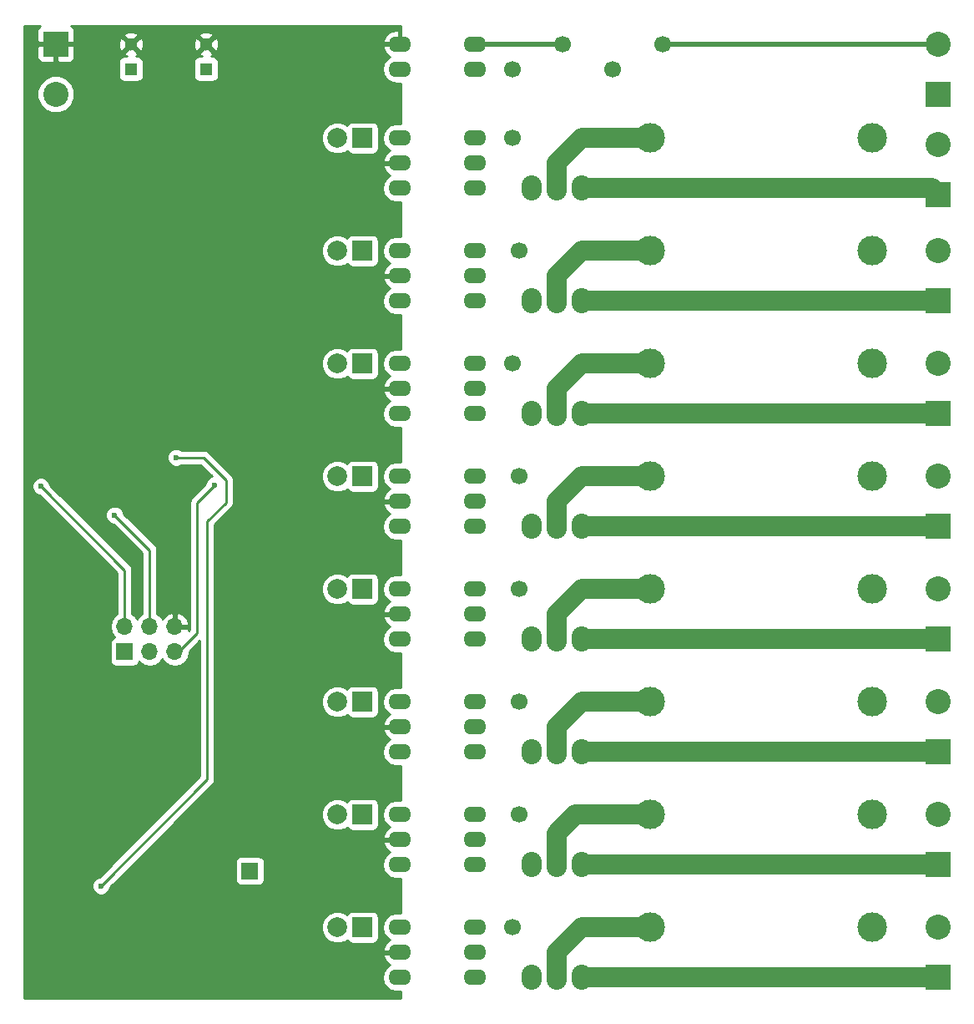
<source format=gbl>
G04 #@! TF.FileFunction,Copper,L2,Bot,Signal*
%FSLAX46Y46*%
G04 Gerber Fmt 4.6, Leading zero omitted, Abs format (unit mm)*
G04 Created by KiCad (PCBNEW 4.0.5-e0-6337~49~ubuntu16.04.1) date Tue Jan 17 09:06:28 2017*
%MOMM*%
%LPD*%
G01*
G04 APERTURE LIST*
%ADD10C,0.100000*%
%ADD11R,2.540000X2.540000*%
%ADD12C,2.540000*%
%ADD13O,2.300000X1.600000*%
%ADD14O,2.032000X2.540000*%
%ADD15C,1.300000*%
%ADD16R,1.300000X1.300000*%
%ADD17C,3.000000*%
%ADD18R,2.000000X2.000000*%
%ADD19C,2.000000*%
%ADD20R,1.700000X1.700000*%
%ADD21C,1.699260*%
%ADD22O,1.700000X1.700000*%
%ADD23C,0.600000*%
%ADD24C,2.000000*%
%ADD25C,0.250000*%
%ADD26C,0.500000*%
%ADD27C,0.254000*%
G04 APERTURE END LIST*
D10*
D11*
X138430000Y-47625000D03*
D12*
X138430000Y-42545000D03*
D11*
X138430000Y-57785000D03*
D12*
X138430000Y-52705000D03*
D11*
X138430000Y-68580000D03*
D12*
X138430000Y-63500000D03*
D11*
X138430000Y-80010000D03*
D12*
X138430000Y-74930000D03*
D11*
X138430000Y-91440000D03*
D12*
X138430000Y-86360000D03*
D11*
X138430000Y-102870000D03*
D12*
X138430000Y-97790000D03*
D11*
X138430000Y-114300000D03*
D12*
X138430000Y-109220000D03*
D11*
X138430000Y-125730000D03*
D12*
X138430000Y-120650000D03*
D11*
X138430000Y-137160000D03*
D12*
X138430000Y-132080000D03*
D13*
X91440000Y-45085000D03*
X91440000Y-42545000D03*
X83820000Y-42545000D03*
X83820000Y-45085000D03*
X83820000Y-52070000D03*
X83820000Y-54610000D03*
X83820000Y-57150000D03*
X91440000Y-57150000D03*
X91440000Y-54610000D03*
X91440000Y-52070000D03*
X83820000Y-63500000D03*
X83820000Y-66040000D03*
X83820000Y-68580000D03*
X91440000Y-68580000D03*
X91440000Y-66040000D03*
X91440000Y-63500000D03*
X83820000Y-74930000D03*
X83820000Y-77470000D03*
X83820000Y-80010000D03*
X91440000Y-80010000D03*
X91440000Y-77470000D03*
X91440000Y-74930000D03*
X83820000Y-86360000D03*
X83820000Y-88900000D03*
X83820000Y-91440000D03*
X91440000Y-91440000D03*
X91440000Y-88900000D03*
X91440000Y-86360000D03*
X83820000Y-97790000D03*
X83820000Y-100330000D03*
X83820000Y-102870000D03*
X91440000Y-102870000D03*
X91440000Y-100330000D03*
X91440000Y-97790000D03*
X83820000Y-109220000D03*
X83820000Y-111760000D03*
X83820000Y-114300000D03*
X91440000Y-114300000D03*
X91440000Y-111760000D03*
X91440000Y-109220000D03*
X83820000Y-120650000D03*
X83820000Y-123190000D03*
X83820000Y-125730000D03*
X91440000Y-125730000D03*
X91440000Y-123190000D03*
X91440000Y-120650000D03*
X83820000Y-132080000D03*
X83820000Y-134620000D03*
X83820000Y-137160000D03*
X91440000Y-137160000D03*
X91440000Y-134620000D03*
X91440000Y-132080000D03*
D14*
X99695000Y-57150000D03*
X97155000Y-57150000D03*
X102235000Y-57150000D03*
X99695000Y-68580000D03*
X97155000Y-68580000D03*
X102235000Y-68580000D03*
X99695000Y-80010000D03*
X97155000Y-80010000D03*
X102235000Y-80010000D03*
X99695000Y-91440000D03*
X97155000Y-91440000D03*
X102235000Y-91440000D03*
X99695000Y-102870000D03*
X97155000Y-102870000D03*
X102235000Y-102870000D03*
X99695000Y-114300000D03*
X97155000Y-114300000D03*
X102235000Y-114300000D03*
X99695000Y-125730000D03*
X97155000Y-125730000D03*
X102235000Y-125730000D03*
X99695000Y-137160000D03*
X97155000Y-137160000D03*
X102235000Y-137160000D03*
D15*
X56515000Y-42585000D03*
D16*
X56515000Y-45085000D03*
D15*
X64135000Y-42585000D03*
D16*
X64135000Y-45085000D03*
D11*
X48895000Y-42545000D03*
D12*
X48895000Y-47625000D03*
D17*
X109220000Y-52070000D03*
X131720000Y-52070000D03*
X109220000Y-63500000D03*
X131720000Y-63500000D03*
X109220000Y-74930000D03*
X131720000Y-74930000D03*
X109220000Y-86360000D03*
X131720000Y-86360000D03*
X109220000Y-97790000D03*
X131720000Y-97790000D03*
X109220000Y-109220000D03*
X131720000Y-109220000D03*
X109220000Y-120650000D03*
X131720000Y-120650000D03*
X109220000Y-132080000D03*
X131720000Y-132080000D03*
D18*
X80010000Y-52070000D03*
D19*
X77470000Y-52070000D03*
D18*
X80010000Y-63500000D03*
D19*
X77470000Y-63500000D03*
D18*
X80010000Y-74930000D03*
D19*
X77470000Y-74930000D03*
D18*
X80010000Y-86360000D03*
D19*
X77470000Y-86360000D03*
D18*
X80010000Y-97790000D03*
D19*
X77470000Y-97790000D03*
D18*
X80010000Y-109220000D03*
D19*
X77470000Y-109220000D03*
D18*
X80010000Y-120650000D03*
D19*
X77470000Y-120650000D03*
D18*
X80010000Y-132080000D03*
D19*
X77470000Y-132080000D03*
D20*
X68580000Y-126365000D03*
D21*
X95249480Y-45087540D03*
X105409480Y-45087540D03*
X105410520Y-52067460D03*
X95250520Y-52067460D03*
X106045520Y-63497460D03*
X95885520Y-63497460D03*
X105410520Y-74927460D03*
X95250520Y-74927460D03*
X106045520Y-86357460D03*
X95885520Y-86357460D03*
X106045520Y-97787460D03*
X95885520Y-97787460D03*
X106045520Y-109217460D03*
X95885520Y-109217460D03*
X106045520Y-120647460D03*
X95885520Y-120647460D03*
X105410520Y-132077460D03*
X95250520Y-132077460D03*
X100329480Y-42547540D03*
X110489480Y-42547540D03*
D20*
X55880000Y-104140000D03*
D22*
X55880000Y-101600000D03*
X58420000Y-104140000D03*
X58420000Y-101600000D03*
X60960000Y-104140000D03*
X60960000Y-101600000D03*
D23*
X47371000Y-87376000D03*
X54864000Y-90297000D03*
X61087000Y-84455000D03*
X53467000Y-127889000D03*
X65024000Y-87249000D03*
D24*
X105411000Y-52067500D02*
X105410500Y-52067500D01*
X105413000Y-52070000D02*
X105411000Y-52067500D01*
X109220000Y-52070000D02*
X105413000Y-52070000D01*
X99695000Y-54610000D02*
X99695000Y-57150000D01*
X102238000Y-52067500D02*
X99695000Y-54610000D01*
X105410500Y-52067500D02*
X102238000Y-52067500D01*
X106046000Y-63497500D02*
X106045500Y-63497500D01*
X106048000Y-63500000D02*
X106046000Y-63497500D01*
X109220000Y-63500000D02*
X106048000Y-63500000D01*
X99695000Y-66040000D02*
X99695000Y-68580000D01*
X102238000Y-63497500D02*
X99695000Y-66040000D01*
X106045500Y-63497500D02*
X102238000Y-63497500D01*
X105411000Y-74927500D02*
X105410500Y-74927500D01*
X105413000Y-74930000D02*
X105411000Y-74927500D01*
X109220000Y-74930000D02*
X105413000Y-74930000D01*
X99695000Y-77470000D02*
X99695000Y-80010000D01*
X102238000Y-74927500D02*
X99695000Y-77470000D01*
X105410500Y-74927500D02*
X102238000Y-74927500D01*
X106046000Y-86357500D02*
X106045500Y-86357500D01*
X106048000Y-86360000D02*
X106046000Y-86357500D01*
X109220000Y-86360000D02*
X106048000Y-86360000D01*
X99695000Y-88900000D02*
X99695000Y-91440000D01*
X102238000Y-86357500D02*
X99695000Y-88900000D01*
X106045500Y-86357500D02*
X102238000Y-86357500D01*
X106046000Y-97787500D02*
X106045500Y-97787500D01*
X106048000Y-97790000D02*
X106046000Y-97787500D01*
X109220000Y-97790000D02*
X106048000Y-97790000D01*
X99695000Y-100330000D02*
X99695000Y-102870000D01*
X102238000Y-97787500D02*
X99695000Y-100330000D01*
X106045500Y-97787500D02*
X102238000Y-97787500D01*
X106046000Y-109217000D02*
X106045000Y-109217000D01*
X106048000Y-109220000D02*
X106046000Y-109217000D01*
X109220000Y-109220000D02*
X106048000Y-109220000D01*
X99695000Y-111760000D02*
X99695000Y-114300000D01*
X102238000Y-109217000D02*
X99695000Y-111760000D01*
X106045000Y-109217000D02*
X102238000Y-109217000D01*
D25*
X106045000Y-109217000D02*
X106045500Y-109217500D01*
X106045500Y-109217500D02*
X106046000Y-109218000D01*
D24*
X106046000Y-120647000D02*
X106045000Y-120647000D01*
X106048000Y-120650000D02*
X106046000Y-120647000D01*
X109220000Y-120650000D02*
X106048000Y-120650000D01*
X99695000Y-122555000D02*
X99695000Y-125730000D01*
X101603000Y-120647000D02*
X99695000Y-122555000D01*
X106045000Y-120647000D02*
X101603000Y-120647000D01*
D25*
X106045000Y-120647000D02*
X106045500Y-120647500D01*
X106045500Y-120647500D02*
X106046000Y-120648000D01*
D24*
X99695000Y-134620000D02*
X99695000Y-137160000D01*
X102238000Y-132077000D02*
X99695000Y-134620000D01*
X105410000Y-132077000D02*
X102238000Y-132077000D01*
D25*
X105410000Y-132077000D02*
X105410000Y-132078000D01*
X105410500Y-132077000D02*
X105410500Y-132077500D01*
D24*
X105411000Y-132077000D02*
X105410500Y-132077000D01*
X105413000Y-132080000D02*
X105411000Y-132077000D01*
X109220000Y-132080000D02*
X105413000Y-132080000D01*
X105410500Y-132077000D02*
X105410000Y-132077000D01*
D26*
X110492000Y-42545000D02*
X110489000Y-42547300D01*
X138430000Y-42545000D02*
X110492000Y-42545000D01*
X110489000Y-42547300D02*
X110489000Y-42547500D01*
D25*
X110489500Y-42547400D02*
X110489500Y-42547500D01*
X110490000Y-42547500D02*
X110489500Y-42547400D01*
X110489500Y-42547400D02*
X110489000Y-42547300D01*
D24*
X137795000Y-57150000D02*
X138430000Y-57785000D01*
X102235000Y-57150000D02*
X137795000Y-57150000D01*
X102235000Y-68580000D02*
X138430000Y-68580000D01*
X138430000Y-80010000D02*
X102235000Y-80010000D01*
X138430000Y-91440000D02*
X102235000Y-91440000D01*
X102235000Y-102870000D02*
X138430000Y-102870000D01*
X102235000Y-114300000D02*
X138430000Y-114300000D01*
X102235000Y-125730000D02*
X138430000Y-125730000D01*
X102235000Y-137160000D02*
X138430000Y-137160000D01*
D25*
X58420000Y-104140000D02*
X58420000Y-104648000D01*
X55880000Y-101600000D02*
X55880000Y-95885000D01*
X55880000Y-95885000D02*
X47371000Y-87376000D01*
X58420000Y-101600000D02*
X58420000Y-93853000D01*
X58420000Y-93853000D02*
X54864000Y-90297000D01*
X66167000Y-86741000D02*
X63881000Y-84455000D01*
X61087000Y-84455000D02*
X62484000Y-84455000D01*
X62484000Y-84455000D02*
X63754000Y-84455000D01*
X63754000Y-84455000D02*
X63881000Y-84455000D01*
X64262000Y-117094000D02*
X53467000Y-127889000D01*
X64262000Y-90932000D02*
X64262000Y-117094000D01*
X66167000Y-89027000D02*
X64262000Y-90932000D01*
X66167000Y-86741000D02*
X66167000Y-89027000D01*
D26*
X91442500Y-42547500D02*
X91440000Y-42545000D01*
X100329000Y-42547500D02*
X91442500Y-42547500D01*
D25*
X100329000Y-42547500D02*
X100329500Y-42547500D01*
X100329500Y-42547500D02*
X100330000Y-42547500D01*
X60960000Y-104140000D02*
X61341000Y-104140000D01*
X61341000Y-104140000D02*
X63246000Y-102235000D01*
X63246000Y-102235000D02*
X63246000Y-89027000D01*
X63246000Y-89027000D02*
X65024000Y-87249000D01*
D27*
G36*
X47265301Y-40736673D02*
X47086673Y-40915302D01*
X46990000Y-41148691D01*
X46990000Y-42259250D01*
X47148750Y-42418000D01*
X48768000Y-42418000D01*
X48768000Y-42398000D01*
X49022000Y-42398000D01*
X49022000Y-42418000D01*
X50641250Y-42418000D01*
X50655172Y-42404078D01*
X55217378Y-42404078D01*
X55246917Y-42914428D01*
X55385389Y-43248729D01*
X55615984Y-43304410D01*
X56335395Y-42585000D01*
X56694605Y-42585000D01*
X57414016Y-43304410D01*
X57644611Y-43248729D01*
X57812622Y-42765922D01*
X57791679Y-42404078D01*
X62837378Y-42404078D01*
X62866917Y-42914428D01*
X63005389Y-43248729D01*
X63235984Y-43304410D01*
X63955395Y-42585000D01*
X64314605Y-42585000D01*
X65034016Y-43304410D01*
X65264611Y-43248729D01*
X65432622Y-42765922D01*
X65403083Y-42255572D01*
X65378392Y-42195961D01*
X82078096Y-42195961D01*
X82200085Y-42418000D01*
X83693000Y-42418000D01*
X83693000Y-41110000D01*
X83343000Y-41110000D01*
X82803517Y-41267834D01*
X82365500Y-41620104D01*
X82095633Y-42113181D01*
X82078096Y-42195961D01*
X65378392Y-42195961D01*
X65264611Y-41921271D01*
X65034016Y-41865590D01*
X64314605Y-42585000D01*
X63955395Y-42585000D01*
X63235984Y-41865590D01*
X63005389Y-41921271D01*
X62837378Y-42404078D01*
X57791679Y-42404078D01*
X57783083Y-42255572D01*
X57644611Y-41921271D01*
X57414016Y-41865590D01*
X56694605Y-42585000D01*
X56335395Y-42585000D01*
X55615984Y-41865590D01*
X55385389Y-41921271D01*
X55217378Y-42404078D01*
X50655172Y-42404078D01*
X50800000Y-42259250D01*
X50800000Y-41685984D01*
X55795590Y-41685984D01*
X56515000Y-42405395D01*
X57234410Y-41685984D01*
X63415590Y-41685984D01*
X64135000Y-42405395D01*
X64854410Y-41685984D01*
X64798729Y-41455389D01*
X64315922Y-41287378D01*
X63805572Y-41316917D01*
X63471271Y-41455389D01*
X63415590Y-41685984D01*
X57234410Y-41685984D01*
X57178729Y-41455389D01*
X56695922Y-41287378D01*
X56185572Y-41316917D01*
X55851271Y-41455389D01*
X55795590Y-41685984D01*
X50800000Y-41685984D01*
X50800000Y-41148691D01*
X50703327Y-40915302D01*
X50524699Y-40736673D01*
X50460305Y-40710000D01*
X83873000Y-40710000D01*
X83873000Y-42692000D01*
X83693000Y-42692000D01*
X83693000Y-42672000D01*
X82200085Y-42672000D01*
X82078096Y-42894039D01*
X82095633Y-42976819D01*
X82365500Y-43469896D01*
X82798151Y-43817851D01*
X82420332Y-44070302D01*
X82109263Y-44535849D01*
X82000030Y-45085000D01*
X82109263Y-45634151D01*
X82420332Y-46099698D01*
X82885879Y-46410767D01*
X83435030Y-46520000D01*
X83873000Y-46520000D01*
X83873000Y-50635000D01*
X83435030Y-50635000D01*
X82885879Y-50744233D01*
X82420332Y-51055302D01*
X82109263Y-51520849D01*
X82000030Y-52070000D01*
X82109263Y-52619151D01*
X82420332Y-53084698D01*
X82798151Y-53337149D01*
X82365500Y-53685104D01*
X82095633Y-54178181D01*
X82078096Y-54260961D01*
X82200085Y-54483000D01*
X83693000Y-54483000D01*
X83693000Y-54463000D01*
X83873000Y-54463000D01*
X83873000Y-54757000D01*
X83693000Y-54757000D01*
X83693000Y-54737000D01*
X82200085Y-54737000D01*
X82078096Y-54959039D01*
X82095633Y-55041819D01*
X82365500Y-55534896D01*
X82798151Y-55882851D01*
X82420332Y-56135302D01*
X82109263Y-56600849D01*
X82000030Y-57150000D01*
X82109263Y-57699151D01*
X82420332Y-58164698D01*
X82885879Y-58475767D01*
X83435030Y-58585000D01*
X83873000Y-58585000D01*
X83873000Y-62065000D01*
X83435030Y-62065000D01*
X82885879Y-62174233D01*
X82420332Y-62485302D01*
X82109263Y-62950849D01*
X82000030Y-63500000D01*
X82109263Y-64049151D01*
X82420332Y-64514698D01*
X82798151Y-64767149D01*
X82365500Y-65115104D01*
X82095633Y-65608181D01*
X82078096Y-65690961D01*
X82200085Y-65913000D01*
X83693000Y-65913000D01*
X83693000Y-65893000D01*
X83873000Y-65893000D01*
X83873000Y-66187000D01*
X83693000Y-66187000D01*
X83693000Y-66167000D01*
X82200085Y-66167000D01*
X82078096Y-66389039D01*
X82095633Y-66471819D01*
X82365500Y-66964896D01*
X82798151Y-67312851D01*
X82420332Y-67565302D01*
X82109263Y-68030849D01*
X82000030Y-68580000D01*
X82109263Y-69129151D01*
X82420332Y-69594698D01*
X82885879Y-69905767D01*
X83435030Y-70015000D01*
X83873000Y-70015000D01*
X83873000Y-73495000D01*
X83435030Y-73495000D01*
X82885879Y-73604233D01*
X82420332Y-73915302D01*
X82109263Y-74380849D01*
X82000030Y-74930000D01*
X82109263Y-75479151D01*
X82420332Y-75944698D01*
X82798151Y-76197149D01*
X82365500Y-76545104D01*
X82095633Y-77038181D01*
X82078096Y-77120961D01*
X82200085Y-77343000D01*
X83693000Y-77343000D01*
X83693000Y-77323000D01*
X83873000Y-77323000D01*
X83873000Y-77617000D01*
X83693000Y-77617000D01*
X83693000Y-77597000D01*
X82200085Y-77597000D01*
X82078096Y-77819039D01*
X82095633Y-77901819D01*
X82365500Y-78394896D01*
X82798151Y-78742851D01*
X82420332Y-78995302D01*
X82109263Y-79460849D01*
X82000030Y-80010000D01*
X82109263Y-80559151D01*
X82420332Y-81024698D01*
X82885879Y-81335767D01*
X83435030Y-81445000D01*
X83873000Y-81445000D01*
X83873000Y-84925000D01*
X83435030Y-84925000D01*
X82885879Y-85034233D01*
X82420332Y-85345302D01*
X82109263Y-85810849D01*
X82000030Y-86360000D01*
X82109263Y-86909151D01*
X82420332Y-87374698D01*
X82798151Y-87627149D01*
X82365500Y-87975104D01*
X82095633Y-88468181D01*
X82078096Y-88550961D01*
X82200085Y-88773000D01*
X83693000Y-88773000D01*
X83693000Y-88753000D01*
X83873000Y-88753000D01*
X83873000Y-89047000D01*
X83693000Y-89047000D01*
X83693000Y-89027000D01*
X82200085Y-89027000D01*
X82078096Y-89249039D01*
X82095633Y-89331819D01*
X82365500Y-89824896D01*
X82798151Y-90172851D01*
X82420332Y-90425302D01*
X82109263Y-90890849D01*
X82000030Y-91440000D01*
X82109263Y-91989151D01*
X82420332Y-92454698D01*
X82885879Y-92765767D01*
X83435030Y-92875000D01*
X83873000Y-92875000D01*
X83873000Y-96355000D01*
X83435030Y-96355000D01*
X82885879Y-96464233D01*
X82420332Y-96775302D01*
X82109263Y-97240849D01*
X82000030Y-97790000D01*
X82109263Y-98339151D01*
X82420332Y-98804698D01*
X82798151Y-99057149D01*
X82365500Y-99405104D01*
X82095633Y-99898181D01*
X82078096Y-99980961D01*
X82200085Y-100203000D01*
X83693000Y-100203000D01*
X83693000Y-100183000D01*
X83873000Y-100183000D01*
X83873000Y-100477000D01*
X83693000Y-100477000D01*
X83693000Y-100457000D01*
X82200085Y-100457000D01*
X82078096Y-100679039D01*
X82095633Y-100761819D01*
X82365500Y-101254896D01*
X82798151Y-101602851D01*
X82420332Y-101855302D01*
X82109263Y-102320849D01*
X82000030Y-102870000D01*
X82109263Y-103419151D01*
X82420332Y-103884698D01*
X82885879Y-104195767D01*
X83435030Y-104305000D01*
X83873000Y-104305000D01*
X83873000Y-107785000D01*
X83435030Y-107785000D01*
X82885879Y-107894233D01*
X82420332Y-108205302D01*
X82109263Y-108670849D01*
X82000030Y-109220000D01*
X82109263Y-109769151D01*
X82420332Y-110234698D01*
X82798151Y-110487149D01*
X82365500Y-110835104D01*
X82095633Y-111328181D01*
X82078096Y-111410961D01*
X82200085Y-111633000D01*
X83693000Y-111633000D01*
X83693000Y-111613000D01*
X83873000Y-111613000D01*
X83873000Y-111907000D01*
X83693000Y-111907000D01*
X83693000Y-111887000D01*
X82200085Y-111887000D01*
X82078096Y-112109039D01*
X82095633Y-112191819D01*
X82365500Y-112684896D01*
X82798151Y-113032851D01*
X82420332Y-113285302D01*
X82109263Y-113750849D01*
X82000030Y-114300000D01*
X82109263Y-114849151D01*
X82420332Y-115314698D01*
X82885879Y-115625767D01*
X83435030Y-115735000D01*
X83873000Y-115735000D01*
X83873000Y-119215000D01*
X83435030Y-119215000D01*
X82885879Y-119324233D01*
X82420332Y-119635302D01*
X82109263Y-120100849D01*
X82000030Y-120650000D01*
X82109263Y-121199151D01*
X82420332Y-121664698D01*
X82798151Y-121917149D01*
X82365500Y-122265104D01*
X82095633Y-122758181D01*
X82078096Y-122840961D01*
X82200085Y-123063000D01*
X83693000Y-123063000D01*
X83693000Y-123043000D01*
X83873000Y-123043000D01*
X83873000Y-123337000D01*
X83693000Y-123337000D01*
X83693000Y-123317000D01*
X82200085Y-123317000D01*
X82078096Y-123539039D01*
X82095633Y-123621819D01*
X82365500Y-124114896D01*
X82798151Y-124462851D01*
X82420332Y-124715302D01*
X82109263Y-125180849D01*
X82000030Y-125730000D01*
X82109263Y-126279151D01*
X82420332Y-126744698D01*
X82885879Y-127055767D01*
X83435030Y-127165000D01*
X83873000Y-127165000D01*
X83873000Y-130645000D01*
X83435030Y-130645000D01*
X82885879Y-130754233D01*
X82420332Y-131065302D01*
X82109263Y-131530849D01*
X82000030Y-132080000D01*
X82109263Y-132629151D01*
X82420332Y-133094698D01*
X82798151Y-133347149D01*
X82365500Y-133695104D01*
X82095633Y-134188181D01*
X82078096Y-134270961D01*
X82200085Y-134493000D01*
X83693000Y-134493000D01*
X83693000Y-134473000D01*
X83873000Y-134473000D01*
X83873000Y-134767000D01*
X83693000Y-134767000D01*
X83693000Y-134747000D01*
X82200085Y-134747000D01*
X82078096Y-134969039D01*
X82095633Y-135051819D01*
X82365500Y-135544896D01*
X82798151Y-135892851D01*
X82420332Y-136145302D01*
X82109263Y-136610849D01*
X82000030Y-137160000D01*
X82109263Y-137709151D01*
X82420332Y-138174698D01*
X82885879Y-138485767D01*
X83435030Y-138595000D01*
X83873000Y-138595000D01*
X83873000Y-139290000D01*
X45710000Y-139290000D01*
X45710000Y-132403795D01*
X75834716Y-132403795D01*
X76083106Y-133004943D01*
X76542637Y-133465278D01*
X77143352Y-133714716D01*
X77793795Y-133715284D01*
X78394943Y-133466894D01*
X78461574Y-133400379D01*
X78545910Y-133531441D01*
X78758110Y-133676431D01*
X79010000Y-133727440D01*
X81010000Y-133727440D01*
X81245317Y-133683162D01*
X81461441Y-133544090D01*
X81606431Y-133331890D01*
X81657440Y-133080000D01*
X81657440Y-131080000D01*
X81613162Y-130844683D01*
X81474090Y-130628559D01*
X81261890Y-130483569D01*
X81010000Y-130432560D01*
X79010000Y-130432560D01*
X78774683Y-130476838D01*
X78558559Y-130615910D01*
X78461090Y-130758561D01*
X78397363Y-130694722D01*
X77796648Y-130445284D01*
X77146205Y-130444716D01*
X76545057Y-130693106D01*
X76084722Y-131152637D01*
X75835284Y-131753352D01*
X75834716Y-132403795D01*
X45710000Y-132403795D01*
X45710000Y-87561167D01*
X46435838Y-87561167D01*
X46577883Y-87904943D01*
X46840673Y-88168192D01*
X47184201Y-88310838D01*
X47231077Y-88310879D01*
X55120000Y-96199802D01*
X55120000Y-100327046D01*
X54829946Y-100520853D01*
X54508039Y-101002622D01*
X54395000Y-101570907D01*
X54395000Y-101629093D01*
X54508039Y-102197378D01*
X54829946Y-102679147D01*
X54831179Y-102679971D01*
X54794683Y-102686838D01*
X54578559Y-102825910D01*
X54433569Y-103038110D01*
X54382560Y-103290000D01*
X54382560Y-104990000D01*
X54426838Y-105225317D01*
X54565910Y-105441441D01*
X54778110Y-105586431D01*
X55030000Y-105637440D01*
X56730000Y-105637440D01*
X56965317Y-105593162D01*
X57181441Y-105454090D01*
X57326431Y-105241890D01*
X57340086Y-105174459D01*
X57369946Y-105219147D01*
X57851715Y-105541054D01*
X58420000Y-105654093D01*
X58988285Y-105541054D01*
X59470054Y-105219147D01*
X59690000Y-104889974D01*
X59909946Y-105219147D01*
X60391715Y-105541054D01*
X60960000Y-105654093D01*
X61528285Y-105541054D01*
X62010054Y-105219147D01*
X62331961Y-104737378D01*
X62445000Y-104169093D01*
X62445000Y-104110907D01*
X62444983Y-104110819D01*
X63502000Y-103053802D01*
X63502000Y-116779198D01*
X53327320Y-126953878D01*
X53281833Y-126953838D01*
X52938057Y-127095883D01*
X52674808Y-127358673D01*
X52532162Y-127702201D01*
X52531838Y-128074167D01*
X52673883Y-128417943D01*
X52936673Y-128681192D01*
X53280201Y-128823838D01*
X53652167Y-128824162D01*
X53995943Y-128682117D01*
X54259192Y-128419327D01*
X54401838Y-128075799D01*
X54401879Y-128028923D01*
X56915802Y-125515000D01*
X67082560Y-125515000D01*
X67082560Y-127215000D01*
X67126838Y-127450317D01*
X67265910Y-127666441D01*
X67478110Y-127811431D01*
X67730000Y-127862440D01*
X69430000Y-127862440D01*
X69665317Y-127818162D01*
X69881441Y-127679090D01*
X70026431Y-127466890D01*
X70077440Y-127215000D01*
X70077440Y-125515000D01*
X70033162Y-125279683D01*
X69894090Y-125063559D01*
X69681890Y-124918569D01*
X69430000Y-124867560D01*
X67730000Y-124867560D01*
X67494683Y-124911838D01*
X67278559Y-125050910D01*
X67133569Y-125263110D01*
X67082560Y-125515000D01*
X56915802Y-125515000D01*
X61457007Y-120973795D01*
X75834716Y-120973795D01*
X76083106Y-121574943D01*
X76542637Y-122035278D01*
X77143352Y-122284716D01*
X77793795Y-122285284D01*
X78394943Y-122036894D01*
X78461574Y-121970379D01*
X78545910Y-122101441D01*
X78758110Y-122246431D01*
X79010000Y-122297440D01*
X81010000Y-122297440D01*
X81245317Y-122253162D01*
X81461441Y-122114090D01*
X81606431Y-121901890D01*
X81657440Y-121650000D01*
X81657440Y-119650000D01*
X81613162Y-119414683D01*
X81474090Y-119198559D01*
X81261890Y-119053569D01*
X81010000Y-119002560D01*
X79010000Y-119002560D01*
X78774683Y-119046838D01*
X78558559Y-119185910D01*
X78461090Y-119328561D01*
X78397363Y-119264722D01*
X77796648Y-119015284D01*
X77146205Y-119014716D01*
X76545057Y-119263106D01*
X76084722Y-119722637D01*
X75835284Y-120323352D01*
X75834716Y-120973795D01*
X61457007Y-120973795D01*
X64799401Y-117631401D01*
X64964148Y-117384840D01*
X64973746Y-117336586D01*
X65022000Y-117094000D01*
X65022000Y-109543795D01*
X75834716Y-109543795D01*
X76083106Y-110144943D01*
X76542637Y-110605278D01*
X77143352Y-110854716D01*
X77793795Y-110855284D01*
X78394943Y-110606894D01*
X78461574Y-110540379D01*
X78545910Y-110671441D01*
X78758110Y-110816431D01*
X79010000Y-110867440D01*
X81010000Y-110867440D01*
X81245317Y-110823162D01*
X81461441Y-110684090D01*
X81606431Y-110471890D01*
X81657440Y-110220000D01*
X81657440Y-108220000D01*
X81613162Y-107984683D01*
X81474090Y-107768559D01*
X81261890Y-107623569D01*
X81010000Y-107572560D01*
X79010000Y-107572560D01*
X78774683Y-107616838D01*
X78558559Y-107755910D01*
X78461090Y-107898561D01*
X78397363Y-107834722D01*
X77796648Y-107585284D01*
X77146205Y-107584716D01*
X76545057Y-107833106D01*
X76084722Y-108292637D01*
X75835284Y-108893352D01*
X75834716Y-109543795D01*
X65022000Y-109543795D01*
X65022000Y-98113795D01*
X75834716Y-98113795D01*
X76083106Y-98714943D01*
X76542637Y-99175278D01*
X77143352Y-99424716D01*
X77793795Y-99425284D01*
X78394943Y-99176894D01*
X78461574Y-99110379D01*
X78545910Y-99241441D01*
X78758110Y-99386431D01*
X79010000Y-99437440D01*
X81010000Y-99437440D01*
X81245317Y-99393162D01*
X81461441Y-99254090D01*
X81606431Y-99041890D01*
X81657440Y-98790000D01*
X81657440Y-96790000D01*
X81613162Y-96554683D01*
X81474090Y-96338559D01*
X81261890Y-96193569D01*
X81010000Y-96142560D01*
X79010000Y-96142560D01*
X78774683Y-96186838D01*
X78558559Y-96325910D01*
X78461090Y-96468561D01*
X78397363Y-96404722D01*
X77796648Y-96155284D01*
X77146205Y-96154716D01*
X76545057Y-96403106D01*
X76084722Y-96862637D01*
X75835284Y-97463352D01*
X75834716Y-98113795D01*
X65022000Y-98113795D01*
X65022000Y-91246802D01*
X66704401Y-89564401D01*
X66869148Y-89317839D01*
X66927000Y-89027000D01*
X66927000Y-86741000D01*
X66915622Y-86683795D01*
X75834716Y-86683795D01*
X76083106Y-87284943D01*
X76542637Y-87745278D01*
X77143352Y-87994716D01*
X77793795Y-87995284D01*
X78394943Y-87746894D01*
X78461574Y-87680379D01*
X78545910Y-87811441D01*
X78758110Y-87956431D01*
X79010000Y-88007440D01*
X81010000Y-88007440D01*
X81245317Y-87963162D01*
X81461441Y-87824090D01*
X81606431Y-87611890D01*
X81657440Y-87360000D01*
X81657440Y-85360000D01*
X81613162Y-85124683D01*
X81474090Y-84908559D01*
X81261890Y-84763569D01*
X81010000Y-84712560D01*
X79010000Y-84712560D01*
X78774683Y-84756838D01*
X78558559Y-84895910D01*
X78461090Y-85038561D01*
X78397363Y-84974722D01*
X77796648Y-84725284D01*
X77146205Y-84724716D01*
X76545057Y-84973106D01*
X76084722Y-85432637D01*
X75835284Y-86033352D01*
X75834716Y-86683795D01*
X66915622Y-86683795D01*
X66869148Y-86450161D01*
X66869148Y-86450160D01*
X66704401Y-86203599D01*
X64418401Y-83917599D01*
X64171839Y-83752852D01*
X63881000Y-83695000D01*
X61649463Y-83695000D01*
X61617327Y-83662808D01*
X61273799Y-83520162D01*
X60901833Y-83519838D01*
X60558057Y-83661883D01*
X60294808Y-83924673D01*
X60152162Y-84268201D01*
X60151838Y-84640167D01*
X60293883Y-84983943D01*
X60556673Y-85247192D01*
X60900201Y-85389838D01*
X61272167Y-85390162D01*
X61615943Y-85248117D01*
X61649118Y-85215000D01*
X63566198Y-85215000D01*
X64715851Y-86364653D01*
X64495057Y-86455883D01*
X64231808Y-86718673D01*
X64089162Y-87062201D01*
X64089121Y-87109077D01*
X62708599Y-88489599D01*
X62543852Y-88736161D01*
X62486000Y-89027000D01*
X62486000Y-101920198D01*
X62359143Y-102047055D01*
X62401486Y-101956892D01*
X62280819Y-101727000D01*
X61087000Y-101727000D01*
X61087000Y-101747000D01*
X60833000Y-101747000D01*
X60833000Y-101727000D01*
X60813000Y-101727000D01*
X60813000Y-101473000D01*
X60833000Y-101473000D01*
X60833000Y-100279845D01*
X61087000Y-100279845D01*
X61087000Y-101473000D01*
X62280819Y-101473000D01*
X62401486Y-101243108D01*
X62155183Y-100718642D01*
X61726924Y-100328355D01*
X61316890Y-100158524D01*
X61087000Y-100279845D01*
X60833000Y-100279845D01*
X60603110Y-100158524D01*
X60193076Y-100328355D01*
X59764817Y-100718642D01*
X59697702Y-100861553D01*
X59470054Y-100520853D01*
X59180000Y-100327046D01*
X59180000Y-93853000D01*
X59122148Y-93562161D01*
X59122148Y-93562160D01*
X58957401Y-93315599D01*
X55799122Y-90157320D01*
X55799162Y-90111833D01*
X55657117Y-89768057D01*
X55394327Y-89504808D01*
X55050799Y-89362162D01*
X54678833Y-89361838D01*
X54335057Y-89503883D01*
X54071808Y-89766673D01*
X53929162Y-90110201D01*
X53928838Y-90482167D01*
X54070883Y-90825943D01*
X54333673Y-91089192D01*
X54677201Y-91231838D01*
X54724077Y-91231879D01*
X57660000Y-94167802D01*
X57660000Y-100327046D01*
X57369946Y-100520853D01*
X57150000Y-100850026D01*
X56930054Y-100520853D01*
X56640000Y-100327046D01*
X56640000Y-95885000D01*
X56582148Y-95594161D01*
X56582148Y-95594160D01*
X56417401Y-95347599D01*
X48306122Y-87236320D01*
X48306162Y-87190833D01*
X48164117Y-86847057D01*
X47901327Y-86583808D01*
X47557799Y-86441162D01*
X47185833Y-86440838D01*
X46842057Y-86582883D01*
X46578808Y-86845673D01*
X46436162Y-87189201D01*
X46435838Y-87561167D01*
X45710000Y-87561167D01*
X45710000Y-75253795D01*
X75834716Y-75253795D01*
X76083106Y-75854943D01*
X76542637Y-76315278D01*
X77143352Y-76564716D01*
X77793795Y-76565284D01*
X78394943Y-76316894D01*
X78461574Y-76250379D01*
X78545910Y-76381441D01*
X78758110Y-76526431D01*
X79010000Y-76577440D01*
X81010000Y-76577440D01*
X81245317Y-76533162D01*
X81461441Y-76394090D01*
X81606431Y-76181890D01*
X81657440Y-75930000D01*
X81657440Y-73930000D01*
X81613162Y-73694683D01*
X81474090Y-73478559D01*
X81261890Y-73333569D01*
X81010000Y-73282560D01*
X79010000Y-73282560D01*
X78774683Y-73326838D01*
X78558559Y-73465910D01*
X78461090Y-73608561D01*
X78397363Y-73544722D01*
X77796648Y-73295284D01*
X77146205Y-73294716D01*
X76545057Y-73543106D01*
X76084722Y-74002637D01*
X75835284Y-74603352D01*
X75834716Y-75253795D01*
X45710000Y-75253795D01*
X45710000Y-63823795D01*
X75834716Y-63823795D01*
X76083106Y-64424943D01*
X76542637Y-64885278D01*
X77143352Y-65134716D01*
X77793795Y-65135284D01*
X78394943Y-64886894D01*
X78461574Y-64820379D01*
X78545910Y-64951441D01*
X78758110Y-65096431D01*
X79010000Y-65147440D01*
X81010000Y-65147440D01*
X81245317Y-65103162D01*
X81461441Y-64964090D01*
X81606431Y-64751890D01*
X81657440Y-64500000D01*
X81657440Y-62500000D01*
X81613162Y-62264683D01*
X81474090Y-62048559D01*
X81261890Y-61903569D01*
X81010000Y-61852560D01*
X79010000Y-61852560D01*
X78774683Y-61896838D01*
X78558559Y-62035910D01*
X78461090Y-62178561D01*
X78397363Y-62114722D01*
X77796648Y-61865284D01*
X77146205Y-61864716D01*
X76545057Y-62113106D01*
X76084722Y-62572637D01*
X75835284Y-63173352D01*
X75834716Y-63823795D01*
X45710000Y-63823795D01*
X45710000Y-52393795D01*
X75834716Y-52393795D01*
X76083106Y-52994943D01*
X76542637Y-53455278D01*
X77143352Y-53704716D01*
X77793795Y-53705284D01*
X78394943Y-53456894D01*
X78461574Y-53390379D01*
X78545910Y-53521441D01*
X78758110Y-53666431D01*
X79010000Y-53717440D01*
X81010000Y-53717440D01*
X81245317Y-53673162D01*
X81461441Y-53534090D01*
X81606431Y-53321890D01*
X81657440Y-53070000D01*
X81657440Y-51070000D01*
X81613162Y-50834683D01*
X81474090Y-50618559D01*
X81261890Y-50473569D01*
X81010000Y-50422560D01*
X79010000Y-50422560D01*
X78774683Y-50466838D01*
X78558559Y-50605910D01*
X78461090Y-50748561D01*
X78397363Y-50684722D01*
X77796648Y-50435284D01*
X77146205Y-50434716D01*
X76545057Y-50683106D01*
X76084722Y-51142637D01*
X75835284Y-51743352D01*
X75834716Y-52393795D01*
X45710000Y-52393795D01*
X45710000Y-48002265D01*
X46989670Y-48002265D01*
X47279078Y-48702686D01*
X47814495Y-49239039D01*
X48514410Y-49529668D01*
X49272265Y-49530330D01*
X49972686Y-49240922D01*
X50509039Y-48705505D01*
X50799668Y-48005590D01*
X50800330Y-47247735D01*
X50510922Y-46547314D01*
X49975505Y-46010961D01*
X49275590Y-45720332D01*
X48517735Y-45719670D01*
X47817314Y-46009078D01*
X47280961Y-46544495D01*
X46990332Y-47244410D01*
X46989670Y-48002265D01*
X45710000Y-48002265D01*
X45710000Y-42830750D01*
X46990000Y-42830750D01*
X46990000Y-43941309D01*
X47086673Y-44174698D01*
X47265301Y-44353327D01*
X47498690Y-44450000D01*
X48609250Y-44450000D01*
X48768000Y-44291250D01*
X48768000Y-42672000D01*
X49022000Y-42672000D01*
X49022000Y-44291250D01*
X49180750Y-44450000D01*
X50291310Y-44450000D01*
X50327523Y-44435000D01*
X55217560Y-44435000D01*
X55217560Y-45735000D01*
X55261838Y-45970317D01*
X55400910Y-46186441D01*
X55613110Y-46331431D01*
X55865000Y-46382440D01*
X57165000Y-46382440D01*
X57400317Y-46338162D01*
X57616441Y-46199090D01*
X57761431Y-45986890D01*
X57812440Y-45735000D01*
X57812440Y-44435000D01*
X62837560Y-44435000D01*
X62837560Y-45735000D01*
X62881838Y-45970317D01*
X63020910Y-46186441D01*
X63233110Y-46331431D01*
X63485000Y-46382440D01*
X64785000Y-46382440D01*
X65020317Y-46338162D01*
X65236441Y-46199090D01*
X65381431Y-45986890D01*
X65432440Y-45735000D01*
X65432440Y-44435000D01*
X65388162Y-44199683D01*
X65249090Y-43983559D01*
X65036890Y-43838569D01*
X64785000Y-43787560D01*
X64622615Y-43787560D01*
X64798729Y-43714611D01*
X64854410Y-43484016D01*
X64135000Y-42764605D01*
X63415590Y-43484016D01*
X63471271Y-43714611D01*
X63680902Y-43787560D01*
X63485000Y-43787560D01*
X63249683Y-43831838D01*
X63033559Y-43970910D01*
X62888569Y-44183110D01*
X62837560Y-44435000D01*
X57812440Y-44435000D01*
X57768162Y-44199683D01*
X57629090Y-43983559D01*
X57416890Y-43838569D01*
X57165000Y-43787560D01*
X57002615Y-43787560D01*
X57178729Y-43714611D01*
X57234410Y-43484016D01*
X56515000Y-42764605D01*
X55795590Y-43484016D01*
X55851271Y-43714611D01*
X56060902Y-43787560D01*
X55865000Y-43787560D01*
X55629683Y-43831838D01*
X55413559Y-43970910D01*
X55268569Y-44183110D01*
X55217560Y-44435000D01*
X50327523Y-44435000D01*
X50524699Y-44353327D01*
X50703327Y-44174698D01*
X50800000Y-43941309D01*
X50800000Y-42830750D01*
X50641250Y-42672000D01*
X49022000Y-42672000D01*
X48768000Y-42672000D01*
X47148750Y-42672000D01*
X46990000Y-42830750D01*
X45710000Y-42830750D01*
X45710000Y-40710000D01*
X47329695Y-40710000D01*
X47265301Y-40736673D01*
X47265301Y-40736673D01*
G37*
X47265301Y-40736673D02*
X47086673Y-40915302D01*
X46990000Y-41148691D01*
X46990000Y-42259250D01*
X47148750Y-42418000D01*
X48768000Y-42418000D01*
X48768000Y-42398000D01*
X49022000Y-42398000D01*
X49022000Y-42418000D01*
X50641250Y-42418000D01*
X50655172Y-42404078D01*
X55217378Y-42404078D01*
X55246917Y-42914428D01*
X55385389Y-43248729D01*
X55615984Y-43304410D01*
X56335395Y-42585000D01*
X56694605Y-42585000D01*
X57414016Y-43304410D01*
X57644611Y-43248729D01*
X57812622Y-42765922D01*
X57791679Y-42404078D01*
X62837378Y-42404078D01*
X62866917Y-42914428D01*
X63005389Y-43248729D01*
X63235984Y-43304410D01*
X63955395Y-42585000D01*
X64314605Y-42585000D01*
X65034016Y-43304410D01*
X65264611Y-43248729D01*
X65432622Y-42765922D01*
X65403083Y-42255572D01*
X65378392Y-42195961D01*
X82078096Y-42195961D01*
X82200085Y-42418000D01*
X83693000Y-42418000D01*
X83693000Y-41110000D01*
X83343000Y-41110000D01*
X82803517Y-41267834D01*
X82365500Y-41620104D01*
X82095633Y-42113181D01*
X82078096Y-42195961D01*
X65378392Y-42195961D01*
X65264611Y-41921271D01*
X65034016Y-41865590D01*
X64314605Y-42585000D01*
X63955395Y-42585000D01*
X63235984Y-41865590D01*
X63005389Y-41921271D01*
X62837378Y-42404078D01*
X57791679Y-42404078D01*
X57783083Y-42255572D01*
X57644611Y-41921271D01*
X57414016Y-41865590D01*
X56694605Y-42585000D01*
X56335395Y-42585000D01*
X55615984Y-41865590D01*
X55385389Y-41921271D01*
X55217378Y-42404078D01*
X50655172Y-42404078D01*
X50800000Y-42259250D01*
X50800000Y-41685984D01*
X55795590Y-41685984D01*
X56515000Y-42405395D01*
X57234410Y-41685984D01*
X63415590Y-41685984D01*
X64135000Y-42405395D01*
X64854410Y-41685984D01*
X64798729Y-41455389D01*
X64315922Y-41287378D01*
X63805572Y-41316917D01*
X63471271Y-41455389D01*
X63415590Y-41685984D01*
X57234410Y-41685984D01*
X57178729Y-41455389D01*
X56695922Y-41287378D01*
X56185572Y-41316917D01*
X55851271Y-41455389D01*
X55795590Y-41685984D01*
X50800000Y-41685984D01*
X50800000Y-41148691D01*
X50703327Y-40915302D01*
X50524699Y-40736673D01*
X50460305Y-40710000D01*
X83873000Y-40710000D01*
X83873000Y-42692000D01*
X83693000Y-42692000D01*
X83693000Y-42672000D01*
X82200085Y-42672000D01*
X82078096Y-42894039D01*
X82095633Y-42976819D01*
X82365500Y-43469896D01*
X82798151Y-43817851D01*
X82420332Y-44070302D01*
X82109263Y-44535849D01*
X82000030Y-45085000D01*
X82109263Y-45634151D01*
X82420332Y-46099698D01*
X82885879Y-46410767D01*
X83435030Y-46520000D01*
X83873000Y-46520000D01*
X83873000Y-50635000D01*
X83435030Y-50635000D01*
X82885879Y-50744233D01*
X82420332Y-51055302D01*
X82109263Y-51520849D01*
X82000030Y-52070000D01*
X82109263Y-52619151D01*
X82420332Y-53084698D01*
X82798151Y-53337149D01*
X82365500Y-53685104D01*
X82095633Y-54178181D01*
X82078096Y-54260961D01*
X82200085Y-54483000D01*
X83693000Y-54483000D01*
X83693000Y-54463000D01*
X83873000Y-54463000D01*
X83873000Y-54757000D01*
X83693000Y-54757000D01*
X83693000Y-54737000D01*
X82200085Y-54737000D01*
X82078096Y-54959039D01*
X82095633Y-55041819D01*
X82365500Y-55534896D01*
X82798151Y-55882851D01*
X82420332Y-56135302D01*
X82109263Y-56600849D01*
X82000030Y-57150000D01*
X82109263Y-57699151D01*
X82420332Y-58164698D01*
X82885879Y-58475767D01*
X83435030Y-58585000D01*
X83873000Y-58585000D01*
X83873000Y-62065000D01*
X83435030Y-62065000D01*
X82885879Y-62174233D01*
X82420332Y-62485302D01*
X82109263Y-62950849D01*
X82000030Y-63500000D01*
X82109263Y-64049151D01*
X82420332Y-64514698D01*
X82798151Y-64767149D01*
X82365500Y-65115104D01*
X82095633Y-65608181D01*
X82078096Y-65690961D01*
X82200085Y-65913000D01*
X83693000Y-65913000D01*
X83693000Y-65893000D01*
X83873000Y-65893000D01*
X83873000Y-66187000D01*
X83693000Y-66187000D01*
X83693000Y-66167000D01*
X82200085Y-66167000D01*
X82078096Y-66389039D01*
X82095633Y-66471819D01*
X82365500Y-66964896D01*
X82798151Y-67312851D01*
X82420332Y-67565302D01*
X82109263Y-68030849D01*
X82000030Y-68580000D01*
X82109263Y-69129151D01*
X82420332Y-69594698D01*
X82885879Y-69905767D01*
X83435030Y-70015000D01*
X83873000Y-70015000D01*
X83873000Y-73495000D01*
X83435030Y-73495000D01*
X82885879Y-73604233D01*
X82420332Y-73915302D01*
X82109263Y-74380849D01*
X82000030Y-74930000D01*
X82109263Y-75479151D01*
X82420332Y-75944698D01*
X82798151Y-76197149D01*
X82365500Y-76545104D01*
X82095633Y-77038181D01*
X82078096Y-77120961D01*
X82200085Y-77343000D01*
X83693000Y-77343000D01*
X83693000Y-77323000D01*
X83873000Y-77323000D01*
X83873000Y-77617000D01*
X83693000Y-77617000D01*
X83693000Y-77597000D01*
X82200085Y-77597000D01*
X82078096Y-77819039D01*
X82095633Y-77901819D01*
X82365500Y-78394896D01*
X82798151Y-78742851D01*
X82420332Y-78995302D01*
X82109263Y-79460849D01*
X82000030Y-80010000D01*
X82109263Y-80559151D01*
X82420332Y-81024698D01*
X82885879Y-81335767D01*
X83435030Y-81445000D01*
X83873000Y-81445000D01*
X83873000Y-84925000D01*
X83435030Y-84925000D01*
X82885879Y-85034233D01*
X82420332Y-85345302D01*
X82109263Y-85810849D01*
X82000030Y-86360000D01*
X82109263Y-86909151D01*
X82420332Y-87374698D01*
X82798151Y-87627149D01*
X82365500Y-87975104D01*
X82095633Y-88468181D01*
X82078096Y-88550961D01*
X82200085Y-88773000D01*
X83693000Y-88773000D01*
X83693000Y-88753000D01*
X83873000Y-88753000D01*
X83873000Y-89047000D01*
X83693000Y-89047000D01*
X83693000Y-89027000D01*
X82200085Y-89027000D01*
X82078096Y-89249039D01*
X82095633Y-89331819D01*
X82365500Y-89824896D01*
X82798151Y-90172851D01*
X82420332Y-90425302D01*
X82109263Y-90890849D01*
X82000030Y-91440000D01*
X82109263Y-91989151D01*
X82420332Y-92454698D01*
X82885879Y-92765767D01*
X83435030Y-92875000D01*
X83873000Y-92875000D01*
X83873000Y-96355000D01*
X83435030Y-96355000D01*
X82885879Y-96464233D01*
X82420332Y-96775302D01*
X82109263Y-97240849D01*
X82000030Y-97790000D01*
X82109263Y-98339151D01*
X82420332Y-98804698D01*
X82798151Y-99057149D01*
X82365500Y-99405104D01*
X82095633Y-99898181D01*
X82078096Y-99980961D01*
X82200085Y-100203000D01*
X83693000Y-100203000D01*
X83693000Y-100183000D01*
X83873000Y-100183000D01*
X83873000Y-100477000D01*
X83693000Y-100477000D01*
X83693000Y-100457000D01*
X82200085Y-100457000D01*
X82078096Y-100679039D01*
X82095633Y-100761819D01*
X82365500Y-101254896D01*
X82798151Y-101602851D01*
X82420332Y-101855302D01*
X82109263Y-102320849D01*
X82000030Y-102870000D01*
X82109263Y-103419151D01*
X82420332Y-103884698D01*
X82885879Y-104195767D01*
X83435030Y-104305000D01*
X83873000Y-104305000D01*
X83873000Y-107785000D01*
X83435030Y-107785000D01*
X82885879Y-107894233D01*
X82420332Y-108205302D01*
X82109263Y-108670849D01*
X82000030Y-109220000D01*
X82109263Y-109769151D01*
X82420332Y-110234698D01*
X82798151Y-110487149D01*
X82365500Y-110835104D01*
X82095633Y-111328181D01*
X82078096Y-111410961D01*
X82200085Y-111633000D01*
X83693000Y-111633000D01*
X83693000Y-111613000D01*
X83873000Y-111613000D01*
X83873000Y-111907000D01*
X83693000Y-111907000D01*
X83693000Y-111887000D01*
X82200085Y-111887000D01*
X82078096Y-112109039D01*
X82095633Y-112191819D01*
X82365500Y-112684896D01*
X82798151Y-113032851D01*
X82420332Y-113285302D01*
X82109263Y-113750849D01*
X82000030Y-114300000D01*
X82109263Y-114849151D01*
X82420332Y-115314698D01*
X82885879Y-115625767D01*
X83435030Y-115735000D01*
X83873000Y-115735000D01*
X83873000Y-119215000D01*
X83435030Y-119215000D01*
X82885879Y-119324233D01*
X82420332Y-119635302D01*
X82109263Y-120100849D01*
X82000030Y-120650000D01*
X82109263Y-121199151D01*
X82420332Y-121664698D01*
X82798151Y-121917149D01*
X82365500Y-122265104D01*
X82095633Y-122758181D01*
X82078096Y-122840961D01*
X82200085Y-123063000D01*
X83693000Y-123063000D01*
X83693000Y-123043000D01*
X83873000Y-123043000D01*
X83873000Y-123337000D01*
X83693000Y-123337000D01*
X83693000Y-123317000D01*
X82200085Y-123317000D01*
X82078096Y-123539039D01*
X82095633Y-123621819D01*
X82365500Y-124114896D01*
X82798151Y-124462851D01*
X82420332Y-124715302D01*
X82109263Y-125180849D01*
X82000030Y-125730000D01*
X82109263Y-126279151D01*
X82420332Y-126744698D01*
X82885879Y-127055767D01*
X83435030Y-127165000D01*
X83873000Y-127165000D01*
X83873000Y-130645000D01*
X83435030Y-130645000D01*
X82885879Y-130754233D01*
X82420332Y-131065302D01*
X82109263Y-131530849D01*
X82000030Y-132080000D01*
X82109263Y-132629151D01*
X82420332Y-133094698D01*
X82798151Y-133347149D01*
X82365500Y-133695104D01*
X82095633Y-134188181D01*
X82078096Y-134270961D01*
X82200085Y-134493000D01*
X83693000Y-134493000D01*
X83693000Y-134473000D01*
X83873000Y-134473000D01*
X83873000Y-134767000D01*
X83693000Y-134767000D01*
X83693000Y-134747000D01*
X82200085Y-134747000D01*
X82078096Y-134969039D01*
X82095633Y-135051819D01*
X82365500Y-135544896D01*
X82798151Y-135892851D01*
X82420332Y-136145302D01*
X82109263Y-136610849D01*
X82000030Y-137160000D01*
X82109263Y-137709151D01*
X82420332Y-138174698D01*
X82885879Y-138485767D01*
X83435030Y-138595000D01*
X83873000Y-138595000D01*
X83873000Y-139290000D01*
X45710000Y-139290000D01*
X45710000Y-132403795D01*
X75834716Y-132403795D01*
X76083106Y-133004943D01*
X76542637Y-133465278D01*
X77143352Y-133714716D01*
X77793795Y-133715284D01*
X78394943Y-133466894D01*
X78461574Y-133400379D01*
X78545910Y-133531441D01*
X78758110Y-133676431D01*
X79010000Y-133727440D01*
X81010000Y-133727440D01*
X81245317Y-133683162D01*
X81461441Y-133544090D01*
X81606431Y-133331890D01*
X81657440Y-133080000D01*
X81657440Y-131080000D01*
X81613162Y-130844683D01*
X81474090Y-130628559D01*
X81261890Y-130483569D01*
X81010000Y-130432560D01*
X79010000Y-130432560D01*
X78774683Y-130476838D01*
X78558559Y-130615910D01*
X78461090Y-130758561D01*
X78397363Y-130694722D01*
X77796648Y-130445284D01*
X77146205Y-130444716D01*
X76545057Y-130693106D01*
X76084722Y-131152637D01*
X75835284Y-131753352D01*
X75834716Y-132403795D01*
X45710000Y-132403795D01*
X45710000Y-87561167D01*
X46435838Y-87561167D01*
X46577883Y-87904943D01*
X46840673Y-88168192D01*
X47184201Y-88310838D01*
X47231077Y-88310879D01*
X55120000Y-96199802D01*
X55120000Y-100327046D01*
X54829946Y-100520853D01*
X54508039Y-101002622D01*
X54395000Y-101570907D01*
X54395000Y-101629093D01*
X54508039Y-102197378D01*
X54829946Y-102679147D01*
X54831179Y-102679971D01*
X54794683Y-102686838D01*
X54578559Y-102825910D01*
X54433569Y-103038110D01*
X54382560Y-103290000D01*
X54382560Y-104990000D01*
X54426838Y-105225317D01*
X54565910Y-105441441D01*
X54778110Y-105586431D01*
X55030000Y-105637440D01*
X56730000Y-105637440D01*
X56965317Y-105593162D01*
X57181441Y-105454090D01*
X57326431Y-105241890D01*
X57340086Y-105174459D01*
X57369946Y-105219147D01*
X57851715Y-105541054D01*
X58420000Y-105654093D01*
X58988285Y-105541054D01*
X59470054Y-105219147D01*
X59690000Y-104889974D01*
X59909946Y-105219147D01*
X60391715Y-105541054D01*
X60960000Y-105654093D01*
X61528285Y-105541054D01*
X62010054Y-105219147D01*
X62331961Y-104737378D01*
X62445000Y-104169093D01*
X62445000Y-104110907D01*
X62444983Y-104110819D01*
X63502000Y-103053802D01*
X63502000Y-116779198D01*
X53327320Y-126953878D01*
X53281833Y-126953838D01*
X52938057Y-127095883D01*
X52674808Y-127358673D01*
X52532162Y-127702201D01*
X52531838Y-128074167D01*
X52673883Y-128417943D01*
X52936673Y-128681192D01*
X53280201Y-128823838D01*
X53652167Y-128824162D01*
X53995943Y-128682117D01*
X54259192Y-128419327D01*
X54401838Y-128075799D01*
X54401879Y-128028923D01*
X56915802Y-125515000D01*
X67082560Y-125515000D01*
X67082560Y-127215000D01*
X67126838Y-127450317D01*
X67265910Y-127666441D01*
X67478110Y-127811431D01*
X67730000Y-127862440D01*
X69430000Y-127862440D01*
X69665317Y-127818162D01*
X69881441Y-127679090D01*
X70026431Y-127466890D01*
X70077440Y-127215000D01*
X70077440Y-125515000D01*
X70033162Y-125279683D01*
X69894090Y-125063559D01*
X69681890Y-124918569D01*
X69430000Y-124867560D01*
X67730000Y-124867560D01*
X67494683Y-124911838D01*
X67278559Y-125050910D01*
X67133569Y-125263110D01*
X67082560Y-125515000D01*
X56915802Y-125515000D01*
X61457007Y-120973795D01*
X75834716Y-120973795D01*
X76083106Y-121574943D01*
X76542637Y-122035278D01*
X77143352Y-122284716D01*
X77793795Y-122285284D01*
X78394943Y-122036894D01*
X78461574Y-121970379D01*
X78545910Y-122101441D01*
X78758110Y-122246431D01*
X79010000Y-122297440D01*
X81010000Y-122297440D01*
X81245317Y-122253162D01*
X81461441Y-122114090D01*
X81606431Y-121901890D01*
X81657440Y-121650000D01*
X81657440Y-119650000D01*
X81613162Y-119414683D01*
X81474090Y-119198559D01*
X81261890Y-119053569D01*
X81010000Y-119002560D01*
X79010000Y-119002560D01*
X78774683Y-119046838D01*
X78558559Y-119185910D01*
X78461090Y-119328561D01*
X78397363Y-119264722D01*
X77796648Y-119015284D01*
X77146205Y-119014716D01*
X76545057Y-119263106D01*
X76084722Y-119722637D01*
X75835284Y-120323352D01*
X75834716Y-120973795D01*
X61457007Y-120973795D01*
X64799401Y-117631401D01*
X64964148Y-117384840D01*
X64973746Y-117336586D01*
X65022000Y-117094000D01*
X65022000Y-109543795D01*
X75834716Y-109543795D01*
X76083106Y-110144943D01*
X76542637Y-110605278D01*
X77143352Y-110854716D01*
X77793795Y-110855284D01*
X78394943Y-110606894D01*
X78461574Y-110540379D01*
X78545910Y-110671441D01*
X78758110Y-110816431D01*
X79010000Y-110867440D01*
X81010000Y-110867440D01*
X81245317Y-110823162D01*
X81461441Y-110684090D01*
X81606431Y-110471890D01*
X81657440Y-110220000D01*
X81657440Y-108220000D01*
X81613162Y-107984683D01*
X81474090Y-107768559D01*
X81261890Y-107623569D01*
X81010000Y-107572560D01*
X79010000Y-107572560D01*
X78774683Y-107616838D01*
X78558559Y-107755910D01*
X78461090Y-107898561D01*
X78397363Y-107834722D01*
X77796648Y-107585284D01*
X77146205Y-107584716D01*
X76545057Y-107833106D01*
X76084722Y-108292637D01*
X75835284Y-108893352D01*
X75834716Y-109543795D01*
X65022000Y-109543795D01*
X65022000Y-98113795D01*
X75834716Y-98113795D01*
X76083106Y-98714943D01*
X76542637Y-99175278D01*
X77143352Y-99424716D01*
X77793795Y-99425284D01*
X78394943Y-99176894D01*
X78461574Y-99110379D01*
X78545910Y-99241441D01*
X78758110Y-99386431D01*
X79010000Y-99437440D01*
X81010000Y-99437440D01*
X81245317Y-99393162D01*
X81461441Y-99254090D01*
X81606431Y-99041890D01*
X81657440Y-98790000D01*
X81657440Y-96790000D01*
X81613162Y-96554683D01*
X81474090Y-96338559D01*
X81261890Y-96193569D01*
X81010000Y-96142560D01*
X79010000Y-96142560D01*
X78774683Y-96186838D01*
X78558559Y-96325910D01*
X78461090Y-96468561D01*
X78397363Y-96404722D01*
X77796648Y-96155284D01*
X77146205Y-96154716D01*
X76545057Y-96403106D01*
X76084722Y-96862637D01*
X75835284Y-97463352D01*
X75834716Y-98113795D01*
X65022000Y-98113795D01*
X65022000Y-91246802D01*
X66704401Y-89564401D01*
X66869148Y-89317839D01*
X66927000Y-89027000D01*
X66927000Y-86741000D01*
X66915622Y-86683795D01*
X75834716Y-86683795D01*
X76083106Y-87284943D01*
X76542637Y-87745278D01*
X77143352Y-87994716D01*
X77793795Y-87995284D01*
X78394943Y-87746894D01*
X78461574Y-87680379D01*
X78545910Y-87811441D01*
X78758110Y-87956431D01*
X79010000Y-88007440D01*
X81010000Y-88007440D01*
X81245317Y-87963162D01*
X81461441Y-87824090D01*
X81606431Y-87611890D01*
X81657440Y-87360000D01*
X81657440Y-85360000D01*
X81613162Y-85124683D01*
X81474090Y-84908559D01*
X81261890Y-84763569D01*
X81010000Y-84712560D01*
X79010000Y-84712560D01*
X78774683Y-84756838D01*
X78558559Y-84895910D01*
X78461090Y-85038561D01*
X78397363Y-84974722D01*
X77796648Y-84725284D01*
X77146205Y-84724716D01*
X76545057Y-84973106D01*
X76084722Y-85432637D01*
X75835284Y-86033352D01*
X75834716Y-86683795D01*
X66915622Y-86683795D01*
X66869148Y-86450161D01*
X66869148Y-86450160D01*
X66704401Y-86203599D01*
X64418401Y-83917599D01*
X64171839Y-83752852D01*
X63881000Y-83695000D01*
X61649463Y-83695000D01*
X61617327Y-83662808D01*
X61273799Y-83520162D01*
X60901833Y-83519838D01*
X60558057Y-83661883D01*
X60294808Y-83924673D01*
X60152162Y-84268201D01*
X60151838Y-84640167D01*
X60293883Y-84983943D01*
X60556673Y-85247192D01*
X60900201Y-85389838D01*
X61272167Y-85390162D01*
X61615943Y-85248117D01*
X61649118Y-85215000D01*
X63566198Y-85215000D01*
X64715851Y-86364653D01*
X64495057Y-86455883D01*
X64231808Y-86718673D01*
X64089162Y-87062201D01*
X64089121Y-87109077D01*
X62708599Y-88489599D01*
X62543852Y-88736161D01*
X62486000Y-89027000D01*
X62486000Y-101920198D01*
X62359143Y-102047055D01*
X62401486Y-101956892D01*
X62280819Y-101727000D01*
X61087000Y-101727000D01*
X61087000Y-101747000D01*
X60833000Y-101747000D01*
X60833000Y-101727000D01*
X60813000Y-101727000D01*
X60813000Y-101473000D01*
X60833000Y-101473000D01*
X60833000Y-100279845D01*
X61087000Y-100279845D01*
X61087000Y-101473000D01*
X62280819Y-101473000D01*
X62401486Y-101243108D01*
X62155183Y-100718642D01*
X61726924Y-100328355D01*
X61316890Y-100158524D01*
X61087000Y-100279845D01*
X60833000Y-100279845D01*
X60603110Y-100158524D01*
X60193076Y-100328355D01*
X59764817Y-100718642D01*
X59697702Y-100861553D01*
X59470054Y-100520853D01*
X59180000Y-100327046D01*
X59180000Y-93853000D01*
X59122148Y-93562161D01*
X59122148Y-93562160D01*
X58957401Y-93315599D01*
X55799122Y-90157320D01*
X55799162Y-90111833D01*
X55657117Y-89768057D01*
X55394327Y-89504808D01*
X55050799Y-89362162D01*
X54678833Y-89361838D01*
X54335057Y-89503883D01*
X54071808Y-89766673D01*
X53929162Y-90110201D01*
X53928838Y-90482167D01*
X54070883Y-90825943D01*
X54333673Y-91089192D01*
X54677201Y-91231838D01*
X54724077Y-91231879D01*
X57660000Y-94167802D01*
X57660000Y-100327046D01*
X57369946Y-100520853D01*
X57150000Y-100850026D01*
X56930054Y-100520853D01*
X56640000Y-100327046D01*
X56640000Y-95885000D01*
X56582148Y-95594161D01*
X56582148Y-95594160D01*
X56417401Y-95347599D01*
X48306122Y-87236320D01*
X48306162Y-87190833D01*
X48164117Y-86847057D01*
X47901327Y-86583808D01*
X47557799Y-86441162D01*
X47185833Y-86440838D01*
X46842057Y-86582883D01*
X46578808Y-86845673D01*
X46436162Y-87189201D01*
X46435838Y-87561167D01*
X45710000Y-87561167D01*
X45710000Y-75253795D01*
X75834716Y-75253795D01*
X76083106Y-75854943D01*
X76542637Y-76315278D01*
X77143352Y-76564716D01*
X77793795Y-76565284D01*
X78394943Y-76316894D01*
X78461574Y-76250379D01*
X78545910Y-76381441D01*
X78758110Y-76526431D01*
X79010000Y-76577440D01*
X81010000Y-76577440D01*
X81245317Y-76533162D01*
X81461441Y-76394090D01*
X81606431Y-76181890D01*
X81657440Y-75930000D01*
X81657440Y-73930000D01*
X81613162Y-73694683D01*
X81474090Y-73478559D01*
X81261890Y-73333569D01*
X81010000Y-73282560D01*
X79010000Y-73282560D01*
X78774683Y-73326838D01*
X78558559Y-73465910D01*
X78461090Y-73608561D01*
X78397363Y-73544722D01*
X77796648Y-73295284D01*
X77146205Y-73294716D01*
X76545057Y-73543106D01*
X76084722Y-74002637D01*
X75835284Y-74603352D01*
X75834716Y-75253795D01*
X45710000Y-75253795D01*
X45710000Y-63823795D01*
X75834716Y-63823795D01*
X76083106Y-64424943D01*
X76542637Y-64885278D01*
X77143352Y-65134716D01*
X77793795Y-65135284D01*
X78394943Y-64886894D01*
X78461574Y-64820379D01*
X78545910Y-64951441D01*
X78758110Y-65096431D01*
X79010000Y-65147440D01*
X81010000Y-65147440D01*
X81245317Y-65103162D01*
X81461441Y-64964090D01*
X81606431Y-64751890D01*
X81657440Y-64500000D01*
X81657440Y-62500000D01*
X81613162Y-62264683D01*
X81474090Y-62048559D01*
X81261890Y-61903569D01*
X81010000Y-61852560D01*
X79010000Y-61852560D01*
X78774683Y-61896838D01*
X78558559Y-62035910D01*
X78461090Y-62178561D01*
X78397363Y-62114722D01*
X77796648Y-61865284D01*
X77146205Y-61864716D01*
X76545057Y-62113106D01*
X76084722Y-62572637D01*
X75835284Y-63173352D01*
X75834716Y-63823795D01*
X45710000Y-63823795D01*
X45710000Y-52393795D01*
X75834716Y-52393795D01*
X76083106Y-52994943D01*
X76542637Y-53455278D01*
X77143352Y-53704716D01*
X77793795Y-53705284D01*
X78394943Y-53456894D01*
X78461574Y-53390379D01*
X78545910Y-53521441D01*
X78758110Y-53666431D01*
X79010000Y-53717440D01*
X81010000Y-53717440D01*
X81245317Y-53673162D01*
X81461441Y-53534090D01*
X81606431Y-53321890D01*
X81657440Y-53070000D01*
X81657440Y-51070000D01*
X81613162Y-50834683D01*
X81474090Y-50618559D01*
X81261890Y-50473569D01*
X81010000Y-50422560D01*
X79010000Y-50422560D01*
X78774683Y-50466838D01*
X78558559Y-50605910D01*
X78461090Y-50748561D01*
X78397363Y-50684722D01*
X77796648Y-50435284D01*
X77146205Y-50434716D01*
X76545057Y-50683106D01*
X76084722Y-51142637D01*
X75835284Y-51743352D01*
X75834716Y-52393795D01*
X45710000Y-52393795D01*
X45710000Y-48002265D01*
X46989670Y-48002265D01*
X47279078Y-48702686D01*
X47814495Y-49239039D01*
X48514410Y-49529668D01*
X49272265Y-49530330D01*
X49972686Y-49240922D01*
X50509039Y-48705505D01*
X50799668Y-48005590D01*
X50800330Y-47247735D01*
X50510922Y-46547314D01*
X49975505Y-46010961D01*
X49275590Y-45720332D01*
X48517735Y-45719670D01*
X47817314Y-46009078D01*
X47280961Y-46544495D01*
X46990332Y-47244410D01*
X46989670Y-48002265D01*
X45710000Y-48002265D01*
X45710000Y-42830750D01*
X46990000Y-42830750D01*
X46990000Y-43941309D01*
X47086673Y-44174698D01*
X47265301Y-44353327D01*
X47498690Y-44450000D01*
X48609250Y-44450000D01*
X48768000Y-44291250D01*
X48768000Y-42672000D01*
X49022000Y-42672000D01*
X49022000Y-44291250D01*
X49180750Y-44450000D01*
X50291310Y-44450000D01*
X50327523Y-44435000D01*
X55217560Y-44435000D01*
X55217560Y-45735000D01*
X55261838Y-45970317D01*
X55400910Y-46186441D01*
X55613110Y-46331431D01*
X55865000Y-46382440D01*
X57165000Y-46382440D01*
X57400317Y-46338162D01*
X57616441Y-46199090D01*
X57761431Y-45986890D01*
X57812440Y-45735000D01*
X57812440Y-44435000D01*
X62837560Y-44435000D01*
X62837560Y-45735000D01*
X62881838Y-45970317D01*
X63020910Y-46186441D01*
X63233110Y-46331431D01*
X63485000Y-46382440D01*
X64785000Y-46382440D01*
X65020317Y-46338162D01*
X65236441Y-46199090D01*
X65381431Y-45986890D01*
X65432440Y-45735000D01*
X65432440Y-44435000D01*
X65388162Y-44199683D01*
X65249090Y-43983559D01*
X65036890Y-43838569D01*
X64785000Y-43787560D01*
X64622615Y-43787560D01*
X64798729Y-43714611D01*
X64854410Y-43484016D01*
X64135000Y-42764605D01*
X63415590Y-43484016D01*
X63471271Y-43714611D01*
X63680902Y-43787560D01*
X63485000Y-43787560D01*
X63249683Y-43831838D01*
X63033559Y-43970910D01*
X62888569Y-44183110D01*
X62837560Y-44435000D01*
X57812440Y-44435000D01*
X57768162Y-44199683D01*
X57629090Y-43983559D01*
X57416890Y-43838569D01*
X57165000Y-43787560D01*
X57002615Y-43787560D01*
X57178729Y-43714611D01*
X57234410Y-43484016D01*
X56515000Y-42764605D01*
X55795590Y-43484016D01*
X55851271Y-43714611D01*
X56060902Y-43787560D01*
X55865000Y-43787560D01*
X55629683Y-43831838D01*
X55413559Y-43970910D01*
X55268569Y-44183110D01*
X55217560Y-44435000D01*
X50327523Y-44435000D01*
X50524699Y-44353327D01*
X50703327Y-44174698D01*
X50800000Y-43941309D01*
X50800000Y-42830750D01*
X50641250Y-42672000D01*
X49022000Y-42672000D01*
X48768000Y-42672000D01*
X47148750Y-42672000D01*
X46990000Y-42830750D01*
X45710000Y-42830750D01*
X45710000Y-40710000D01*
X47329695Y-40710000D01*
X47265301Y-40736673D01*
M02*

</source>
